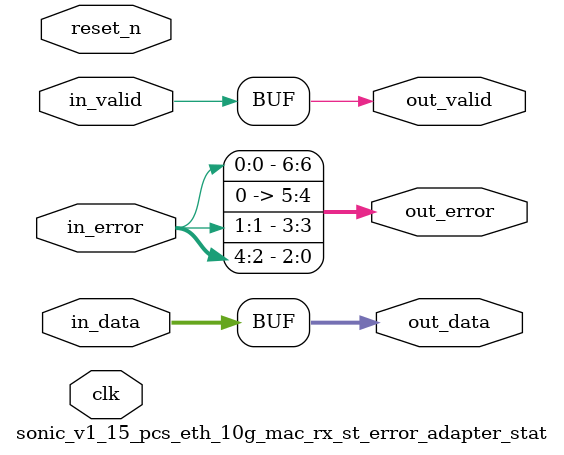
<source format=v>

`timescale 1ns / 100ps
module sonic_v1_15_pcs_eth_10g_mac_rx_st_error_adapter_stat (
    
      // Interface: clk
      input              clk,
      // Interface: reset
      input              reset_n,
      // Interface: in
      input              in_valid,
      input      [39: 0] in_data,
      input      [ 4: 0] in_error,
      // Interface: out
      output reg         out_valid,
      output reg [39: 0] out_data,
      output reg [ 6: 0] out_error
);



   // ---------------------------------------------------------------------
   //| Pass-through Mapping
   // ---------------------------------------------------------------------
   always @* begin
      out_valid = in_valid;
      out_data = in_data;

   end

   // ---------------------------------------------------------------------
   //| Error Mapping
   // ---------------------------------------------------------------------
   always @* begin
      out_error = 0;
      
      out_error[0] = in_error[2];   // undersize
      out_error[1] = in_error[3];   // oversize
      out_error[2] = in_error[4];   // payload_length
      out_error[3] = in_error[1];   // crc
      out_error[6] = in_error[0];   // phy
   

   end
endmodule
</source>
